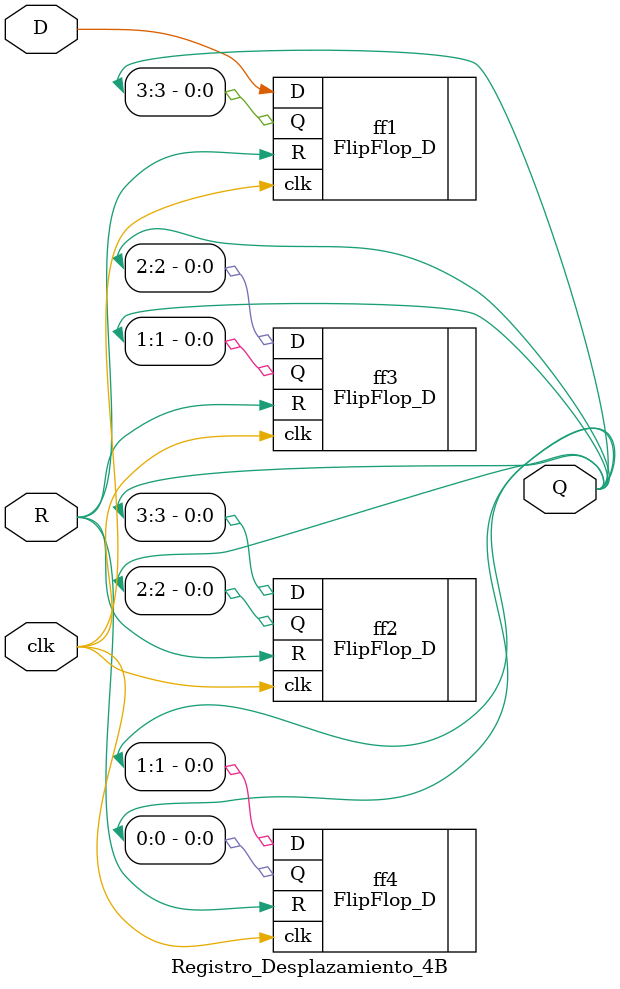
<source format=v>
`timescale 1ns / 1ps

module Registro_Desplazamiento_4B(D,R,Q,clk);
	
	input D;
	input clk;
	input R;
	output [3:0] Q;
	
	FlipFlop_D ff1 (.D(D   ),.R(R),.clk(clk),.Q(Q[3]));
	FlipFlop_D ff2 (.D(Q[3]),.R(R),.clk(clk),.Q(Q[2]));
	FlipFlop_D ff3 (.D(Q[2]),.R(R),.clk(clk),.Q(Q[1]));
	FlipFlop_D ff4 (.D(Q[1]),.R(R),.clk(clk),.Q(Q[0]));
	
endmodule

</source>
